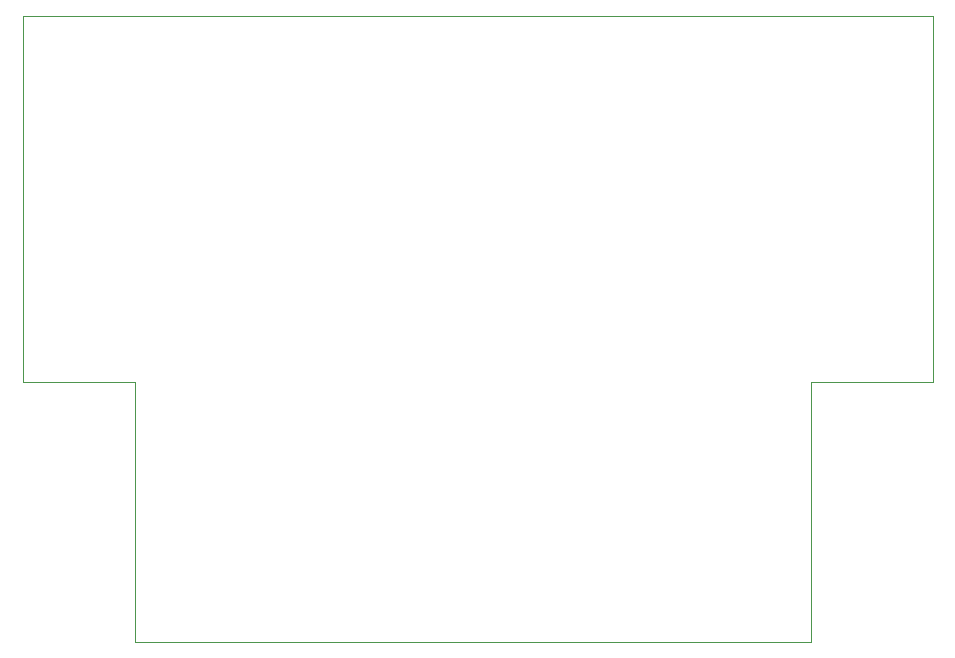
<source format=gbr>
G04 #@! TF.GenerationSoftware,KiCad,Pcbnew,(7.0.0-0)*
G04 #@! TF.CreationDate,2023-03-11T20:56:30+00:00*
G04 #@! TF.ProjectId,EXT80A,45585438-3041-42e6-9b69-6361645f7063,rev?*
G04 #@! TF.SameCoordinates,Original*
G04 #@! TF.FileFunction,Profile,NP*
%FSLAX46Y46*%
G04 Gerber Fmt 4.6, Leading zero omitted, Abs format (unit mm)*
G04 Created by KiCad (PCBNEW (7.0.0-0)) date 2023-03-11 20:56:30*
%MOMM*%
%LPD*%
G01*
G04 APERTURE LIST*
G04 #@! TA.AperFunction,Profile*
%ADD10C,0.050000*%
G04 #@! TD*
G04 APERTURE END LIST*
D10*
X201000000Y-93250000D02*
X201000000Y-102000000D01*
X124000000Y-93250000D02*
X124000000Y-71000000D01*
X124000000Y-71000000D02*
X201000000Y-71000000D01*
X201000000Y-102000000D02*
X190750000Y-102000000D01*
X124000000Y-102000000D02*
X133500000Y-102000000D01*
X201000000Y-71000000D02*
X201000000Y-93250000D01*
X133500000Y-102000000D02*
X133500000Y-124000000D01*
X190750000Y-124000000D02*
X133500000Y-124000000D01*
X190750000Y-102000000D02*
X190750000Y-124000000D01*
X124000000Y-102000000D02*
X124000000Y-93250000D01*
M02*

</source>
